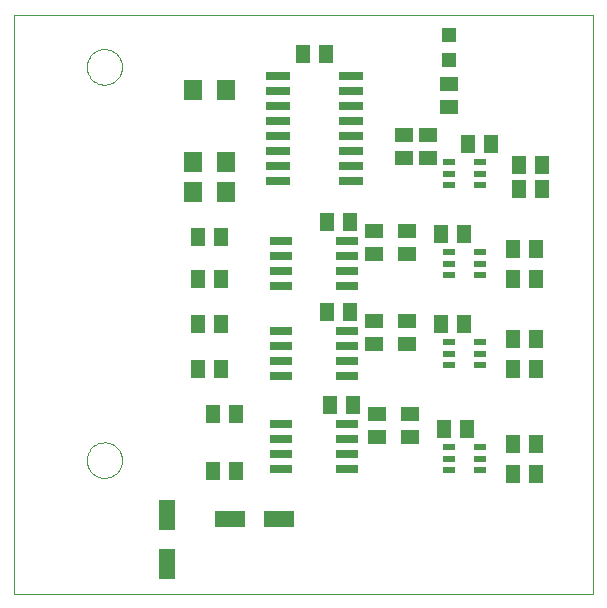
<source format=gtp>
G75*
%MOIN*%
%OFA0B0*%
%FSLAX24Y24*%
%IPPOS*%
%LPD*%
%AMOC8*
5,1,8,0,0,1.08239X$1,22.5*
%
%ADD10C,0.0000*%
%ADD11R,0.0750X0.0250*%
%ADD12R,0.0512X0.0591*%
%ADD13R,0.0591X0.0512*%
%ADD14R,0.0800X0.0260*%
%ADD15R,0.0630X0.0710*%
%ADD16R,0.0413X0.0236*%
%ADD17R,0.0472X0.0472*%
%ADD18R,0.1024X0.0551*%
%ADD19R,0.0551X0.1024*%
D10*
X004062Y003000D02*
X004062Y022292D01*
X023353Y022292D01*
X023353Y003000D01*
X004062Y003000D01*
X006471Y007445D02*
X006473Y007493D01*
X006479Y007541D01*
X006489Y007588D01*
X006502Y007634D01*
X006520Y007679D01*
X006540Y007723D01*
X006565Y007765D01*
X006593Y007804D01*
X006623Y007841D01*
X006657Y007875D01*
X006694Y007907D01*
X006732Y007936D01*
X006773Y007961D01*
X006816Y007983D01*
X006861Y008001D01*
X006907Y008015D01*
X006954Y008026D01*
X007002Y008033D01*
X007050Y008036D01*
X007098Y008035D01*
X007146Y008030D01*
X007194Y008021D01*
X007240Y008009D01*
X007285Y007992D01*
X007329Y007972D01*
X007371Y007949D01*
X007411Y007922D01*
X007449Y007892D01*
X007484Y007859D01*
X007516Y007823D01*
X007546Y007785D01*
X007572Y007744D01*
X007594Y007701D01*
X007614Y007657D01*
X007629Y007612D01*
X007641Y007565D01*
X007649Y007517D01*
X007653Y007469D01*
X007653Y007421D01*
X007649Y007373D01*
X007641Y007325D01*
X007629Y007278D01*
X007614Y007233D01*
X007594Y007189D01*
X007572Y007146D01*
X007546Y007105D01*
X007516Y007067D01*
X007484Y007031D01*
X007449Y006998D01*
X007411Y006968D01*
X007371Y006941D01*
X007329Y006918D01*
X007285Y006898D01*
X007240Y006881D01*
X007194Y006869D01*
X007146Y006860D01*
X007098Y006855D01*
X007050Y006854D01*
X007002Y006857D01*
X006954Y006864D01*
X006907Y006875D01*
X006861Y006889D01*
X006816Y006907D01*
X006773Y006929D01*
X006732Y006954D01*
X006694Y006983D01*
X006657Y007015D01*
X006623Y007049D01*
X006593Y007086D01*
X006565Y007125D01*
X006540Y007167D01*
X006520Y007211D01*
X006502Y007256D01*
X006489Y007302D01*
X006479Y007349D01*
X006473Y007397D01*
X006471Y007445D01*
X006471Y020555D02*
X006473Y020603D01*
X006479Y020651D01*
X006489Y020698D01*
X006502Y020744D01*
X006520Y020789D01*
X006540Y020833D01*
X006565Y020875D01*
X006593Y020914D01*
X006623Y020951D01*
X006657Y020985D01*
X006694Y021017D01*
X006732Y021046D01*
X006773Y021071D01*
X006816Y021093D01*
X006861Y021111D01*
X006907Y021125D01*
X006954Y021136D01*
X007002Y021143D01*
X007050Y021146D01*
X007098Y021145D01*
X007146Y021140D01*
X007194Y021131D01*
X007240Y021119D01*
X007285Y021102D01*
X007329Y021082D01*
X007371Y021059D01*
X007411Y021032D01*
X007449Y021002D01*
X007484Y020969D01*
X007516Y020933D01*
X007546Y020895D01*
X007572Y020854D01*
X007594Y020811D01*
X007614Y020767D01*
X007629Y020722D01*
X007641Y020675D01*
X007649Y020627D01*
X007653Y020579D01*
X007653Y020531D01*
X007649Y020483D01*
X007641Y020435D01*
X007629Y020388D01*
X007614Y020343D01*
X007594Y020299D01*
X007572Y020256D01*
X007546Y020215D01*
X007516Y020177D01*
X007484Y020141D01*
X007449Y020108D01*
X007411Y020078D01*
X007371Y020051D01*
X007329Y020028D01*
X007285Y020008D01*
X007240Y019991D01*
X007194Y019979D01*
X007146Y019970D01*
X007098Y019965D01*
X007050Y019964D01*
X007002Y019967D01*
X006954Y019974D01*
X006907Y019985D01*
X006861Y019999D01*
X006816Y020017D01*
X006773Y020039D01*
X006732Y020064D01*
X006694Y020093D01*
X006657Y020125D01*
X006623Y020159D01*
X006593Y020196D01*
X006565Y020235D01*
X006540Y020277D01*
X006520Y020321D01*
X006502Y020366D01*
X006489Y020412D01*
X006479Y020459D01*
X006473Y020507D01*
X006471Y020555D01*
D11*
X012962Y014750D03*
X012962Y014250D03*
X012962Y013750D03*
X012962Y013250D03*
X012962Y011750D03*
X012962Y011250D03*
X012962Y010750D03*
X012962Y010250D03*
X012962Y008650D03*
X012962Y008150D03*
X012962Y007650D03*
X012962Y007150D03*
X015162Y007150D03*
X015162Y007650D03*
X015162Y008150D03*
X015162Y008650D03*
X015162Y010250D03*
X015162Y010750D03*
X015162Y011250D03*
X015162Y011750D03*
X015162Y013250D03*
X015162Y013750D03*
X015162Y014250D03*
X015162Y014750D03*
D12*
X015236Y015400D03*
X014488Y015400D03*
X014488Y012400D03*
X015236Y012400D03*
X018288Y012000D03*
X019036Y012000D03*
X020688Y011500D03*
X021436Y011500D03*
X021436Y010500D03*
X020688Y010500D03*
X019136Y008500D03*
X018388Y008500D03*
X020688Y008000D03*
X021436Y008000D03*
X021436Y007000D03*
X020688Y007000D03*
X015336Y009300D03*
X014588Y009300D03*
X011436Y009000D03*
X010688Y009000D03*
X010936Y010500D03*
X010188Y010500D03*
X010188Y012000D03*
X010936Y012000D03*
X010936Y013500D03*
X010188Y013500D03*
X010188Y014900D03*
X010936Y014900D03*
X013688Y021000D03*
X014436Y021000D03*
X019188Y018000D03*
X019936Y018000D03*
X020888Y017300D03*
X021636Y017300D03*
X021636Y016500D03*
X020888Y016500D03*
X019036Y015000D03*
X018288Y015000D03*
X020688Y014500D03*
X021436Y014500D03*
X021436Y013500D03*
X020688Y013500D03*
X011436Y007100D03*
X010688Y007100D03*
D13*
X016162Y008226D03*
X016162Y008974D03*
X017262Y008974D03*
X017262Y008226D03*
X017162Y011326D03*
X017162Y012074D03*
X016062Y012074D03*
X016062Y011326D03*
X016062Y014326D03*
X016062Y015074D03*
X017162Y015074D03*
X017162Y014326D03*
X017062Y017526D03*
X017862Y017526D03*
X017862Y018274D03*
X017062Y018274D03*
X018562Y019226D03*
X018562Y019974D03*
D14*
X015272Y019750D03*
X015272Y019250D03*
X015272Y018750D03*
X015272Y018250D03*
X015272Y017750D03*
X015272Y017250D03*
X015272Y016750D03*
X012852Y016750D03*
X012852Y017250D03*
X012852Y017750D03*
X012852Y018250D03*
X012852Y018750D03*
X012852Y019250D03*
X012852Y019750D03*
X012852Y020250D03*
X015272Y020250D03*
D15*
X011122Y019800D03*
X010002Y019800D03*
X010002Y017400D03*
X010002Y016400D03*
X011122Y016400D03*
X011122Y017400D03*
D16*
X018530Y017374D03*
X018530Y017000D03*
X018530Y016626D03*
X019593Y016626D03*
X019593Y017000D03*
X019593Y017374D03*
X019593Y014374D03*
X019593Y014000D03*
X019593Y013626D03*
X018530Y013626D03*
X018530Y014000D03*
X018530Y014374D03*
X018530Y011374D03*
X018530Y011000D03*
X018530Y010626D03*
X019593Y010626D03*
X019593Y011000D03*
X019593Y011374D03*
X019593Y007874D03*
X019593Y007500D03*
X019593Y007126D03*
X018530Y007126D03*
X018530Y007500D03*
X018530Y007874D03*
D17*
X018562Y020787D03*
X018562Y021614D03*
D18*
X012869Y005500D03*
X011255Y005500D03*
D19*
X009162Y005607D03*
X009162Y003993D03*
M02*

</source>
